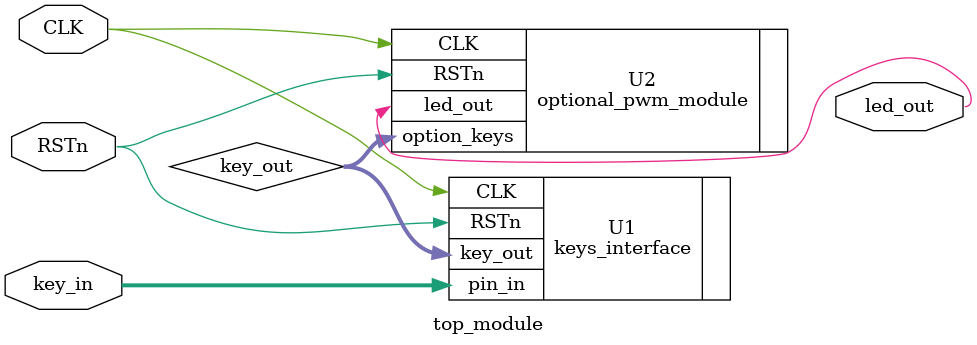
<source format=v>
`timescale 1ns / 1ps
module top_module(
    input CLK,
    input RSTn,
    input [3:0]key_in,
    output led_out
    );
    
    wire [3:0]key_out;
    
    keys_interface U1(
        .CLK(CLK),
        .RSTn(RSTn),
        .pin_in(key_in),
        .key_out(key_out)
    );
    
    optional_pwm_module U2(
        .CLK(CLK),
        .RSTn(RSTn),
        .option_keys(key_out),
        .led_out(led_out)
    );

endmodule

</source>
